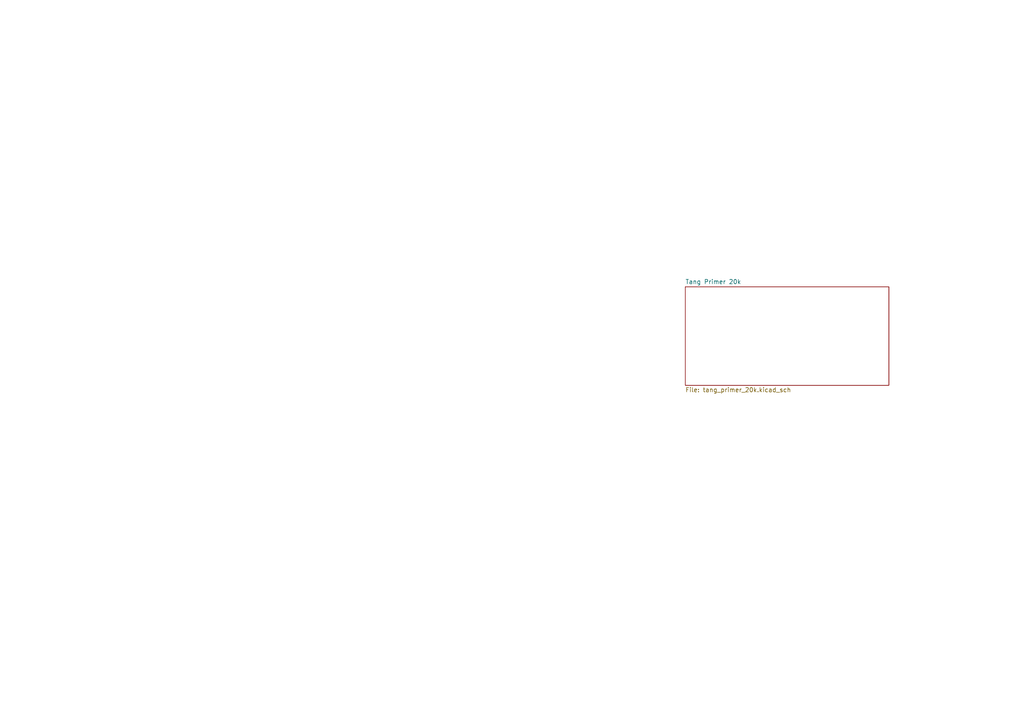
<source format=kicad_sch>
(kicad_sch (version 20211123) (generator eeschema)
  (paper "A4")
  (lib_symbols)
  (sheet (at 198.755 83.185) (size 59.055 28.575) (stroke (width 0.1524))
    (property "Sheet name" "Tang Primer 20k" (at 198.755 82.4734 0) (effects (justify left bottom)))
    (property "Sheet file" "tang_primer_20k.kicad_sch" (at 198.755 112.3446 0) (effects (justify left top)))
  )
)
</source>
